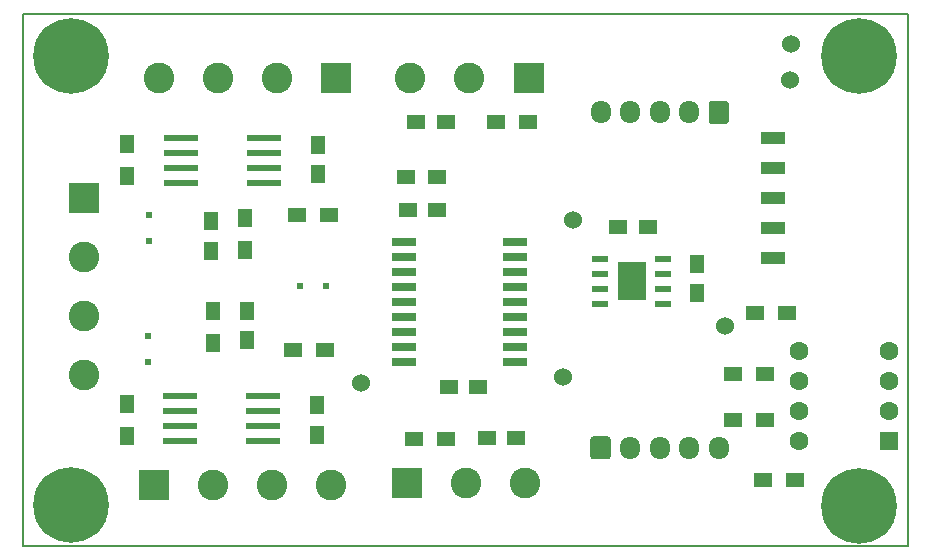
<source format=gbs>
G04 #@! TF.GenerationSoftware,KiCad,Pcbnew,(5.1.4)-1*
G04 #@! TF.CreationDate,2020-10-15T08:41:29-04:00*
G04 #@! TF.ProjectId,i2c_pancake,6932635f-7061-46e6-9361-6b652e6b6963,rev?*
G04 #@! TF.SameCoordinates,Original*
G04 #@! TF.FileFunction,Soldermask,Bot*
G04 #@! TF.FilePolarity,Negative*
%FSLAX46Y46*%
G04 Gerber Fmt 4.6, Leading zero omitted, Abs format (unit mm)*
G04 Created by KiCad (PCBNEW (5.1.4)-1) date 2020-10-15 08:41:29*
%MOMM*%
%LPD*%
G04 APERTURE LIST*
%ADD10C,0.150000*%
%ADD11C,1.524000*%
%ADD12C,6.400000*%
%ADD13R,1.500000X1.300000*%
%ADD14R,1.300000X1.500000*%
%ADD15C,2.600000*%
%ADD16R,2.600000X2.600000*%
%ADD17R,1.500000X1.250000*%
%ADD18R,1.250000X1.500000*%
%ADD19R,2.413000X3.200400*%
%ADD20R,1.371600X0.482600*%
%ADD21R,0.500000X0.500000*%
%ADD22R,1.600000X1.600000*%
%ADD23C,1.600000*%
%ADD24R,3.000000X0.600000*%
%ADD25R,2.140000X0.740000*%
%ADD26R,2.000000X1.000000*%
%ADD27O,1.700000X1.950000*%
%ADD28C,0.100000*%
%ADD29C,1.700000*%
G04 APERTURE END LIST*
D10*
X89662000Y-134239000D02*
X164554000Y-134239000D01*
X89662000Y-89253000D02*
X164554000Y-89253000D01*
X164554000Y-89253000D02*
X164554000Y-134239000D01*
X89662000Y-89253000D02*
X89662000Y-134239000D01*
D11*
X149072600Y-115595400D03*
D12*
X160454000Y-130853000D03*
X160454000Y-92753000D03*
X93754000Y-92753000D03*
X93754000Y-130753000D03*
D13*
X132410200Y-98374200D03*
X129710200Y-98374200D03*
X122779800Y-125171200D03*
X125479800Y-125171200D03*
D14*
X105760400Y-117038400D03*
X105760400Y-114338400D03*
D13*
X122044200Y-102981000D03*
X124744200Y-102981000D03*
D14*
X108432600Y-106523800D03*
X108432600Y-109223800D03*
D15*
X122461000Y-94615000D03*
X127461000Y-94615000D03*
D16*
X132461000Y-94615000D03*
D17*
X122930600Y-98348800D03*
X125430600Y-98348800D03*
X131425000Y-125095000D03*
X128925000Y-125095000D03*
D18*
X108610400Y-116838400D03*
X108610400Y-114338400D03*
D17*
X122244200Y-105831000D03*
X124744200Y-105831000D03*
D18*
X105562400Y-106750800D03*
X105562400Y-109250800D03*
D15*
X132154000Y-128953000D03*
X127154000Y-128953000D03*
D16*
X122154000Y-128953000D03*
D11*
X154609800Y-94821000D03*
X154686000Y-91744800D03*
D19*
X141198600Y-111836200D03*
D20*
X138531600Y-109931200D03*
X138531600Y-111201200D03*
X138531600Y-112471200D03*
X138531600Y-113741200D03*
X143865600Y-113741200D03*
X143865600Y-112471200D03*
X143865600Y-111201200D03*
X143865600Y-109931200D03*
D21*
X100253800Y-116476600D03*
X100253800Y-118676600D03*
X115323800Y-112217200D03*
X113123800Y-112217200D03*
X100355400Y-108465800D03*
X100355400Y-106265800D03*
D17*
X142555600Y-107213400D03*
X140055600Y-107213400D03*
D18*
X114554000Y-124853000D03*
X114554000Y-122353000D03*
X114654000Y-102803000D03*
X114654000Y-100303000D03*
D17*
X128185800Y-120816400D03*
X125685800Y-120816400D03*
D14*
X98454000Y-124903000D03*
X98454000Y-122203000D03*
D13*
X115243600Y-117627400D03*
X112543600Y-117627400D03*
D14*
X98454000Y-102953000D03*
X98454000Y-100253000D03*
D13*
X115548400Y-106222800D03*
X112848400Y-106222800D03*
X154986600Y-128665000D03*
X152286600Y-128665000D03*
X152454000Y-123553000D03*
X149754000Y-123553000D03*
X152504000Y-119653000D03*
X149804000Y-119653000D03*
X154347800Y-114517200D03*
X151647800Y-114517200D03*
D22*
X162954000Y-125353000D03*
D23*
X162954000Y-122813000D03*
X162954000Y-120273000D03*
X162954000Y-117733000D03*
X155334000Y-117733000D03*
X155334000Y-120273000D03*
X155334000Y-122813000D03*
X155334000Y-125353000D03*
D24*
X110054000Y-103558000D03*
X110054000Y-102288000D03*
X110054000Y-101018000D03*
X110054000Y-99748000D03*
X103054000Y-99748000D03*
X103054000Y-101018000D03*
X103054000Y-102288000D03*
X103054000Y-103558000D03*
D25*
X121885600Y-118657400D03*
X121885600Y-117387400D03*
X121885600Y-116117400D03*
X121885600Y-114847400D03*
X121885600Y-113577400D03*
X121885600Y-112307400D03*
X121885600Y-111037400D03*
X121885600Y-109767400D03*
X121885600Y-108497400D03*
X131285600Y-108497400D03*
X131285600Y-109767400D03*
X131285600Y-111037400D03*
X131285600Y-112307400D03*
X131285600Y-113577400D03*
X131285600Y-114847400D03*
X131285600Y-116117400D03*
X131285600Y-117387400D03*
X131285600Y-118657400D03*
D15*
X115754000Y-129053000D03*
X110754000Y-129053000D03*
X105754000Y-129053000D03*
D16*
X100754000Y-129053000D03*
D18*
X146710400Y-112877600D03*
X146710400Y-110377600D03*
D24*
X109954000Y-125358000D03*
X109954000Y-124088000D03*
X109954000Y-122818000D03*
X109954000Y-121548000D03*
X102954000Y-121548000D03*
X102954000Y-122818000D03*
X102954000Y-124088000D03*
X102954000Y-125358000D03*
D26*
X153154000Y-109853000D03*
X153154000Y-107313000D03*
X153154000Y-104773000D03*
X153154000Y-102233000D03*
X153154000Y-99693000D03*
D27*
X138554000Y-97553000D03*
X141054000Y-97553000D03*
X143554000Y-97553000D03*
X146054000Y-97553000D03*
D28*
G36*
X149178504Y-96579204D02*
G01*
X149202773Y-96582804D01*
X149226571Y-96588765D01*
X149249671Y-96597030D01*
X149271849Y-96607520D01*
X149292893Y-96620133D01*
X149312598Y-96634747D01*
X149330777Y-96651223D01*
X149347253Y-96669402D01*
X149361867Y-96689107D01*
X149374480Y-96710151D01*
X149384970Y-96732329D01*
X149393235Y-96755429D01*
X149399196Y-96779227D01*
X149402796Y-96803496D01*
X149404000Y-96828000D01*
X149404000Y-98278000D01*
X149402796Y-98302504D01*
X149399196Y-98326773D01*
X149393235Y-98350571D01*
X149384970Y-98373671D01*
X149374480Y-98395849D01*
X149361867Y-98416893D01*
X149347253Y-98436598D01*
X149330777Y-98454777D01*
X149312598Y-98471253D01*
X149292893Y-98485867D01*
X149271849Y-98498480D01*
X149249671Y-98508970D01*
X149226571Y-98517235D01*
X149202773Y-98523196D01*
X149178504Y-98526796D01*
X149154000Y-98528000D01*
X147954000Y-98528000D01*
X147929496Y-98526796D01*
X147905227Y-98523196D01*
X147881429Y-98517235D01*
X147858329Y-98508970D01*
X147836151Y-98498480D01*
X147815107Y-98485867D01*
X147795402Y-98471253D01*
X147777223Y-98454777D01*
X147760747Y-98436598D01*
X147746133Y-98416893D01*
X147733520Y-98395849D01*
X147723030Y-98373671D01*
X147714765Y-98350571D01*
X147708804Y-98326773D01*
X147705204Y-98302504D01*
X147704000Y-98278000D01*
X147704000Y-96828000D01*
X147705204Y-96803496D01*
X147708804Y-96779227D01*
X147714765Y-96755429D01*
X147723030Y-96732329D01*
X147733520Y-96710151D01*
X147746133Y-96689107D01*
X147760747Y-96669402D01*
X147777223Y-96651223D01*
X147795402Y-96634747D01*
X147815107Y-96620133D01*
X147836151Y-96607520D01*
X147858329Y-96597030D01*
X147881429Y-96588765D01*
X147905227Y-96582804D01*
X147929496Y-96579204D01*
X147954000Y-96578000D01*
X149154000Y-96578000D01*
X149178504Y-96579204D01*
X149178504Y-96579204D01*
G37*
D29*
X148554000Y-97553000D03*
D15*
X94854000Y-119753000D03*
X94854000Y-114753000D03*
X94854000Y-109753000D03*
D16*
X94854000Y-104753000D03*
D15*
X101154000Y-94653000D03*
X106154000Y-94653000D03*
X111154000Y-94653000D03*
D16*
X116154000Y-94653000D03*
D27*
X148554000Y-125953000D03*
X146054000Y-125953000D03*
X143554000Y-125953000D03*
X141054000Y-125953000D03*
D28*
G36*
X139178504Y-124979204D02*
G01*
X139202773Y-124982804D01*
X139226571Y-124988765D01*
X139249671Y-124997030D01*
X139271849Y-125007520D01*
X139292893Y-125020133D01*
X139312598Y-125034747D01*
X139330777Y-125051223D01*
X139347253Y-125069402D01*
X139361867Y-125089107D01*
X139374480Y-125110151D01*
X139384970Y-125132329D01*
X139393235Y-125155429D01*
X139399196Y-125179227D01*
X139402796Y-125203496D01*
X139404000Y-125228000D01*
X139404000Y-126678000D01*
X139402796Y-126702504D01*
X139399196Y-126726773D01*
X139393235Y-126750571D01*
X139384970Y-126773671D01*
X139374480Y-126795849D01*
X139361867Y-126816893D01*
X139347253Y-126836598D01*
X139330777Y-126854777D01*
X139312598Y-126871253D01*
X139292893Y-126885867D01*
X139271849Y-126898480D01*
X139249671Y-126908970D01*
X139226571Y-126917235D01*
X139202773Y-126923196D01*
X139178504Y-126926796D01*
X139154000Y-126928000D01*
X137954000Y-126928000D01*
X137929496Y-126926796D01*
X137905227Y-126923196D01*
X137881429Y-126917235D01*
X137858329Y-126908970D01*
X137836151Y-126898480D01*
X137815107Y-126885867D01*
X137795402Y-126871253D01*
X137777223Y-126854777D01*
X137760747Y-126836598D01*
X137746133Y-126816893D01*
X137733520Y-126795849D01*
X137723030Y-126773671D01*
X137714765Y-126750571D01*
X137708804Y-126726773D01*
X137705204Y-126702504D01*
X137704000Y-126678000D01*
X137704000Y-125228000D01*
X137705204Y-125203496D01*
X137708804Y-125179227D01*
X137714765Y-125155429D01*
X137723030Y-125132329D01*
X137733520Y-125110151D01*
X137746133Y-125089107D01*
X137760747Y-125069402D01*
X137777223Y-125051223D01*
X137795402Y-125034747D01*
X137815107Y-125020133D01*
X137836151Y-125007520D01*
X137858329Y-124997030D01*
X137881429Y-124988765D01*
X137905227Y-124982804D01*
X137929496Y-124979204D01*
X137954000Y-124978000D01*
X139154000Y-124978000D01*
X139178504Y-124979204D01*
X139178504Y-124979204D01*
G37*
D29*
X138554000Y-125953000D03*
D11*
X136245600Y-106629200D03*
X135382000Y-119989600D03*
X118237000Y-120472200D03*
M02*

</source>
